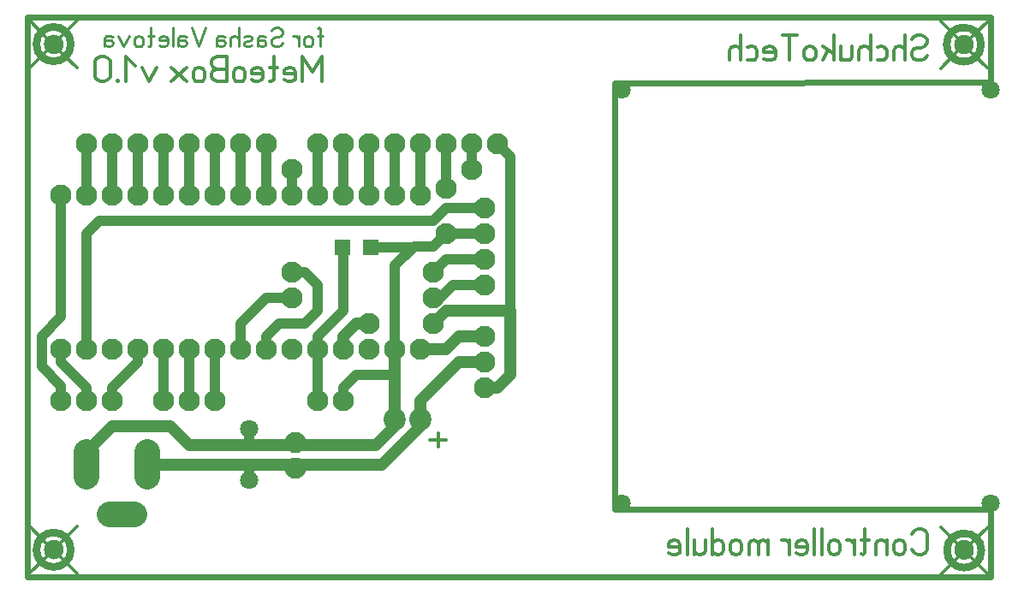
<source format=gbr>
%FSLAX34Y34*%
%MOMM*%
%LNCOPPER_BOTTOM*%
G71*
G01*
%ADD10C, 2.100*%
%ADD11C, 1.000*%
%ADD12R, 1.600X1.600*%
%ADD13C, 1.200*%
%ADD14C, 2.200*%
%ADD15C, 0.600*%
%ADD16C, 1.800*%
%ADD17C, 0.311*%
%ADD18C, 0.233*%
%ADD19C, 2.500*%
%ADD20C, 0.333*%
%ADD21C, 1.900*%
%ADD22C, 0.800*%
%ADD23C, 0.300*%
%ADD24C, 1.900*%
%ADD25C, 1.800*%
%LPD*%
X57150Y801688D02*
G54D10*
D03*
X82550Y801688D02*
G54D10*
D03*
X107950Y801688D02*
G54D10*
D03*
X133350Y801688D02*
G54D10*
D03*
X158750Y801688D02*
G54D10*
D03*
X184150Y801688D02*
G54D10*
D03*
X209550Y801688D02*
G54D10*
D03*
X234950Y801688D02*
G54D10*
D03*
X260350Y801688D02*
G54D10*
D03*
X285750Y801688D02*
G54D10*
D03*
X311150Y801688D02*
G54D10*
D03*
X336550Y801688D02*
G54D10*
D03*
X361950Y801688D02*
G54D10*
D03*
X387350Y801688D02*
G54D10*
D03*
X412750Y801688D02*
G54D10*
D03*
X57150Y649288D02*
G54D10*
D03*
X82550Y649288D02*
G54D10*
D03*
X107950Y649288D02*
G54D10*
D03*
X133350Y649288D02*
G54D10*
D03*
X158750Y649288D02*
G54D10*
D03*
X184150Y649288D02*
G54D10*
D03*
X209550Y649288D02*
G54D10*
D03*
X234950Y649288D02*
G54D10*
D03*
X260350Y649288D02*
G54D10*
D03*
X285750Y649288D02*
G54D10*
D03*
X311150Y649288D02*
G54D10*
D03*
X336550Y649288D02*
G54D10*
D03*
X361950Y649288D02*
G54D10*
D03*
X387350Y649288D02*
G54D10*
D03*
X412750Y649288D02*
G54D10*
D03*
X387350Y852488D02*
G54D10*
D03*
X412750Y852488D02*
G54D10*
D03*
X311150Y852488D02*
G54D10*
D03*
G54D11*
X82550Y852488D02*
X82550Y801688D01*
G54D11*
X412750Y852488D02*
X412750Y801688D01*
X476250Y712788D02*
G54D10*
D03*
X476250Y763627D02*
G54D10*
D03*
X476250Y738227D02*
G54D10*
D03*
X476250Y789027D02*
G54D10*
D03*
X476250Y763627D02*
G54D10*
D03*
X285750Y725488D02*
G54D10*
D03*
X425450Y725488D02*
G54D10*
D03*
X285750Y700088D02*
G54D10*
D03*
X425450Y700088D02*
G54D10*
D03*
X363250Y749986D02*
G54D12*
D03*
X335250Y749986D02*
G54D12*
D03*
X476250Y789027D02*
G54D10*
D03*
X476250Y763627D02*
G54D10*
D03*
X476250Y738227D02*
G54D10*
D03*
X476250Y712827D02*
G54D10*
D03*
G54D11*
X234950Y649288D02*
X234950Y674688D01*
X260350Y700088D01*
X285750Y700088D01*
G54D11*
X285750Y725488D02*
X298450Y725488D01*
X311150Y712788D01*
X311150Y687388D01*
X298450Y674688D01*
X273050Y674688D01*
X260350Y661988D01*
X260350Y649288D01*
G54D11*
X387350Y649288D02*
X387350Y731838D01*
X400050Y744538D01*
G54D11*
X82550Y649288D02*
X82550Y763588D01*
X95250Y776288D01*
X387350Y776288D01*
G54D11*
X107950Y852488D02*
X107950Y801688D01*
G54D11*
X133350Y852488D02*
X133350Y801688D01*
G54D11*
X158750Y852488D02*
X158750Y801688D01*
G54D11*
X184150Y852488D02*
X184150Y801688D01*
G54D11*
X209550Y852488D02*
X209550Y801688D01*
G54D11*
X234950Y852488D02*
X234950Y801688D01*
G54D11*
X260350Y852488D02*
X260350Y801688D01*
G54D11*
X285750Y827088D02*
X285750Y801688D01*
G54D11*
X311150Y852488D02*
X311150Y801688D01*
G54D11*
X387350Y852488D02*
X387350Y801688D01*
G54D11*
X158750Y649288D02*
X158750Y598488D01*
G54D11*
X184150Y649288D02*
X184150Y598488D01*
G54D11*
X209550Y649288D02*
X209550Y598488D01*
G54D11*
X311150Y649288D02*
X311150Y598488D01*
X361950Y852488D02*
G54D10*
D03*
X336550Y852488D02*
G54D10*
D03*
G54D11*
X336550Y852488D02*
X336550Y801688D01*
G54D11*
X361950Y852488D02*
X361950Y801688D01*
G54D11*
X311150Y649288D02*
X311150Y661988D01*
X336550Y687388D01*
X336550Y743836D01*
G54D13*
X336550Y649288D02*
X336550Y661988D01*
X349250Y674688D01*
X361950Y674688D01*
X361950Y674688D02*
G54D10*
D03*
X425450Y674688D02*
G54D10*
D03*
X336550Y598488D02*
G54D10*
D03*
X311150Y598488D02*
G54D10*
D03*
G54D11*
X387350Y649288D02*
X387350Y623888D01*
X349250Y623888D01*
X336550Y611188D01*
X336550Y598488D01*
X412750Y579438D02*
G54D14*
D03*
X387350Y579438D02*
G54D14*
D03*
G54D13*
X387350Y598488D02*
X387350Y649288D01*
G54D11*
X387350Y776288D02*
X425450Y776288D01*
X438190Y789027D01*
X476250Y789027D01*
G54D11*
X400050Y744538D02*
X406400Y750888D01*
X425450Y750888D01*
X438190Y763627D01*
X476250Y763627D01*
G54D11*
X425450Y725488D02*
X438190Y738227D01*
X476250Y738227D01*
G54D11*
X425450Y700088D02*
X431800Y700088D01*
X444540Y712827D01*
X476250Y712788D01*
G54D13*
X425450Y674688D02*
X438150Y687388D01*
X501650Y687388D01*
X501650Y623888D01*
X488950Y611187D01*
X476250Y611187D01*
G54D13*
X412750Y649288D02*
X438150Y649288D01*
X450850Y661988D01*
X476250Y661988D01*
G54D13*
X476250Y636587D02*
X450850Y636588D01*
X412750Y598488D01*
X438150Y852488D02*
G54D10*
D03*
X463550Y852487D02*
G54D10*
D03*
X285750Y827088D02*
G54D10*
D03*
X463550Y827088D02*
G54D10*
D03*
X488950Y852488D02*
G54D10*
D03*
X463550Y852488D02*
G54D10*
D03*
X438190Y763627D02*
G54D10*
D03*
X438150Y808038D02*
G54D10*
D03*
G54D11*
X438150Y852488D02*
X438150Y808038D01*
G54D11*
X463550Y852487D02*
X463550Y827088D01*
G54D11*
X488950Y852488D02*
X501650Y839788D01*
X501650Y687388D01*
X82550Y852488D02*
G54D10*
D03*
X107950Y852488D02*
G54D10*
D03*
X133350Y852488D02*
G54D10*
D03*
X158750Y852488D02*
G54D10*
D03*
X184150Y852488D02*
G54D10*
D03*
X209550Y852488D02*
G54D10*
D03*
X234950Y852488D02*
G54D10*
D03*
X260350Y852488D02*
G54D10*
D03*
X57150Y598488D02*
G54D10*
D03*
X82550Y598488D02*
G54D10*
D03*
X107950Y598488D02*
G54D10*
D03*
X158750Y598488D02*
G54D10*
D03*
X184150Y598488D02*
G54D10*
D03*
X209550Y598488D02*
G54D10*
D03*
G54D11*
X82550Y598488D02*
X82550Y611188D01*
X57150Y636588D01*
X57150Y649288D01*
G54D11*
X107950Y598488D02*
X107950Y611188D01*
X133350Y636588D01*
X133350Y649288D01*
G54D15*
X611126Y977663D02*
X23928Y977663D01*
X23928Y423820D01*
X611188Y423820D01*
G54D15*
X611126Y977663D02*
X976312Y977666D01*
X976312Y912812D01*
X605002Y912400D01*
X604838Y490538D01*
G54D15*
X604838Y490538D02*
X976312Y490538D01*
X976312Y423862D01*
X611188Y423820D01*
X611505Y905828D02*
G54D16*
D03*
X611505Y496570D02*
G54D16*
D03*
X976312Y905828D02*
G54D16*
D03*
X976312Y496570D02*
G54D16*
D03*
G54D17*
X913454Y939516D02*
X911587Y936405D01*
X907854Y934849D01*
X904120Y934849D01*
X900387Y936405D01*
X898520Y939516D01*
X898520Y942627D01*
X900387Y945738D01*
X904120Y947293D01*
X907854Y947293D01*
X911587Y948849D01*
X913454Y951960D01*
X913454Y955071D01*
X911587Y958182D01*
X907854Y959738D01*
X904120Y959738D01*
X900387Y958182D01*
X898520Y955071D01*
G54D17*
X891676Y934849D02*
X891676Y959738D01*
G54D17*
X891676Y944805D02*
X889810Y947916D01*
X886076Y948849D01*
X882343Y947916D01*
X880476Y944805D01*
X880476Y934849D01*
G54D17*
X864299Y947916D02*
X868032Y948849D01*
X871766Y947916D01*
X873632Y944805D01*
X873632Y938582D01*
X871766Y935471D01*
X868032Y934849D01*
X864299Y935471D01*
G54D17*
X857456Y934849D02*
X857456Y959738D01*
G54D17*
X857456Y944805D02*
X855589Y947916D01*
X851856Y948849D01*
X848122Y947916D01*
X846256Y944805D01*
X846256Y934849D01*
G54D17*
X828212Y948849D02*
X828212Y934849D01*
G54D17*
X828212Y937960D02*
X830078Y935471D01*
X833812Y934849D01*
X837545Y935471D01*
X839412Y937960D01*
X839412Y948849D01*
G54D17*
X821368Y934849D02*
X821368Y959738D01*
G54D17*
X815768Y944182D02*
X810168Y934849D01*
G54D17*
X821368Y941071D02*
X810168Y948849D01*
G54D17*
X792124Y938582D02*
X792124Y944805D01*
X793990Y947916D01*
X797724Y948849D01*
X801457Y947916D01*
X803324Y944805D01*
X803324Y938582D01*
X801457Y935471D01*
X797724Y934849D01*
X793990Y935471D01*
X792124Y938582D01*
G54D17*
X777813Y934849D02*
X777813Y959738D01*
G54D17*
X785280Y959738D02*
X770346Y959738D01*
G54D17*
X752302Y936405D02*
X755289Y934849D01*
X759022Y934849D01*
X762756Y936405D01*
X763502Y939516D01*
X763502Y944805D01*
X761636Y947916D01*
X757902Y948849D01*
X754169Y947916D01*
X752302Y945738D01*
X752302Y942627D01*
X763502Y942627D01*
G54D17*
X736125Y947916D02*
X739858Y948849D01*
X743592Y947916D01*
X745458Y944805D01*
X745458Y938582D01*
X743592Y935471D01*
X739858Y934849D01*
X736125Y935471D01*
G54D17*
X729282Y934849D02*
X729282Y959738D01*
G54D17*
X729282Y944805D02*
X727415Y947916D01*
X723682Y948849D01*
X719948Y947916D01*
X718082Y944805D01*
X718082Y934849D01*
G54D18*
X313628Y948434D02*
X313628Y965934D01*
X312228Y967101D01*
X310828Y966401D01*
G54D18*
X316428Y958934D02*
X310828Y958934D01*
G54D18*
X297295Y951234D02*
X297295Y955900D01*
X298695Y958234D01*
X301495Y958934D01*
X304295Y958234D01*
X305695Y955900D01*
X305695Y951234D01*
X304295Y948900D01*
X301495Y948434D01*
X298695Y948900D01*
X297295Y951234D01*
G54D18*
X292162Y948434D02*
X292162Y958934D01*
G54D18*
X292162Y956600D02*
X289362Y958934D01*
X286562Y958934D01*
G54D18*
X276016Y951934D02*
X274616Y949600D01*
X271816Y948434D01*
X269016Y948434D01*
X266216Y949600D01*
X264816Y951934D01*
X264816Y954267D01*
X266216Y956600D01*
X269016Y957767D01*
X271816Y957767D01*
X274616Y958934D01*
X276016Y961267D01*
X276016Y963601D01*
X274616Y965934D01*
X271816Y967101D01*
X269016Y967101D01*
X266216Y965934D01*
X264816Y963601D01*
G54D18*
X259683Y957767D02*
X256883Y958934D01*
X253523Y958934D01*
X251283Y956600D01*
X251283Y948434D01*
G54D18*
X251283Y951934D02*
X252683Y954267D01*
X255483Y954734D01*
X258283Y954267D01*
X259683Y951934D01*
X259123Y949600D01*
X256883Y948434D01*
X255483Y948434D01*
X254923Y948434D01*
X252683Y949600D01*
X251283Y951934D01*
G54D18*
X246150Y949600D02*
X243350Y948434D01*
X240550Y948434D01*
X237750Y949600D01*
X237750Y951934D01*
X239150Y953100D01*
X244750Y954267D01*
X246150Y955434D01*
X246150Y957767D01*
X243350Y958934D01*
X240550Y958934D01*
X237750Y957767D01*
G54D18*
X232617Y948434D02*
X232617Y967101D01*
G54D18*
X232617Y955900D02*
X231217Y958234D01*
X228417Y958934D01*
X225617Y958234D01*
X224217Y955900D01*
X224217Y948434D01*
G54D18*
X219084Y957767D02*
X216284Y958934D01*
X212924Y958934D01*
X210684Y956600D01*
X210684Y948434D01*
G54D18*
X210684Y951934D02*
X212084Y954267D01*
X214884Y954734D01*
X217684Y954267D01*
X219084Y951934D01*
X218524Y949600D01*
X216284Y948434D01*
X214884Y948434D01*
X214324Y948434D01*
X212084Y949600D01*
X210684Y951934D01*
G54D18*
X200138Y967101D02*
X193138Y948434D01*
X186138Y967101D01*
G54D18*
X181005Y957767D02*
X178205Y958934D01*
X174845Y958934D01*
X172605Y956600D01*
X172605Y948434D01*
G54D18*
X172605Y951934D02*
X174005Y954267D01*
X176805Y954734D01*
X179605Y954267D01*
X181005Y951934D01*
X180445Y949600D01*
X178205Y948434D01*
X176805Y948434D01*
X176245Y948434D01*
X174005Y949600D01*
X172605Y951934D01*
G54D18*
X167472Y948434D02*
X167472Y967101D01*
G54D18*
X153939Y949600D02*
X156179Y948434D01*
X158979Y948434D01*
X161779Y949600D01*
X162339Y951934D01*
X162339Y955900D01*
X160939Y958234D01*
X158139Y958934D01*
X155339Y958234D01*
X153939Y956600D01*
X153939Y954267D01*
X162339Y954267D01*
G54D18*
X146006Y967101D02*
X146006Y949600D01*
X144606Y948434D01*
X143206Y948900D01*
G54D18*
X148806Y958934D02*
X143206Y958934D01*
G54D18*
X129673Y951234D02*
X129673Y955900D01*
X131073Y958234D01*
X133873Y958934D01*
X136673Y958234D01*
X138073Y955900D01*
X138073Y951234D01*
X136673Y948900D01*
X133873Y948434D01*
X131073Y948900D01*
X129673Y951234D01*
G54D18*
X124540Y958934D02*
X118940Y948434D01*
X113340Y958934D01*
G54D18*
X108207Y957767D02*
X105407Y958934D01*
X102047Y958934D01*
X99807Y956600D01*
X99807Y948434D01*
G54D18*
X99807Y951934D02*
X101207Y954267D01*
X104007Y954734D01*
X106807Y954267D01*
X108207Y951934D01*
X107647Y949600D01*
X105407Y948434D01*
X104007Y948434D01*
X103447Y948434D01*
X101207Y949600D01*
X99807Y951934D01*
G54D17*
X314773Y913726D02*
X314773Y938615D01*
X305440Y923059D01*
X296107Y938615D01*
X296107Y913726D01*
G54D17*
X278062Y915282D02*
X281049Y913726D01*
X284782Y913726D01*
X288516Y915282D01*
X289262Y918393D01*
X289262Y923682D01*
X287396Y926793D01*
X283662Y927726D01*
X279929Y926793D01*
X278062Y924615D01*
X278062Y921504D01*
X289262Y921504D01*
G54D17*
X267485Y938615D02*
X267485Y915282D01*
X265618Y913726D01*
X263752Y914348D01*
G54D17*
X271218Y927726D02*
X263752Y927726D01*
G54D17*
X245707Y915282D02*
X248694Y913726D01*
X252427Y913726D01*
X256161Y915282D01*
X256907Y918393D01*
X256907Y923682D01*
X255041Y926793D01*
X251307Y927726D01*
X247574Y926793D01*
X245707Y924615D01*
X245707Y921504D01*
X256907Y921504D01*
G54D17*
X227663Y917459D02*
X227663Y923682D01*
X229530Y926793D01*
X233263Y927726D01*
X236997Y926793D01*
X238863Y923682D01*
X238863Y917459D01*
X236997Y914348D01*
X233263Y913726D01*
X229530Y914348D01*
X227663Y917459D01*
G54D17*
X220819Y913726D02*
X220819Y938615D01*
X211486Y938615D01*
X207753Y937059D01*
X205886Y933948D01*
X205886Y930837D01*
X207753Y927726D01*
X211486Y926170D01*
X207753Y924615D01*
X205886Y921504D01*
X205886Y918393D01*
X207753Y915282D01*
X211486Y913726D01*
X220819Y913726D01*
G54D17*
X220819Y926170D02*
X211486Y926170D01*
G54D17*
X187842Y917459D02*
X187842Y923682D01*
X189709Y926793D01*
X193442Y927726D01*
X197176Y926793D01*
X199042Y923682D01*
X199042Y917459D01*
X197176Y914348D01*
X193442Y913726D01*
X189709Y914348D01*
X187842Y917459D01*
G54D17*
X180998Y927726D02*
X166065Y913726D01*
G54D17*
X180998Y913726D02*
X166065Y927726D01*
G54D17*
X152004Y927726D02*
X144538Y913726D01*
X137071Y927726D01*
G54D17*
X130227Y929282D02*
X120894Y938615D01*
X120894Y913726D01*
G54D17*
X112557Y913726D02*
X114050Y913726D01*
X114050Y914970D01*
X112557Y914970D01*
X112557Y913726D01*
X114050Y913726D01*
G54D17*
X90780Y933948D02*
X90780Y918393D01*
X92647Y915282D01*
X96380Y913726D01*
X100113Y913726D01*
X103847Y915282D01*
X105713Y918393D01*
X105713Y933948D01*
X103847Y937059D01*
X100113Y938615D01*
X96380Y938615D01*
X92647Y937059D01*
X90780Y933948D01*
G54D19*
X82550Y547488D02*
X82550Y522488D01*
G54D19*
X142550Y547488D02*
X142550Y522488D01*
G54D19*
X105150Y485188D02*
X130150Y485188D01*
G54D13*
X82550Y534988D02*
X82550Y547688D01*
X107950Y573088D01*
X165100Y573088D01*
X184150Y554038D01*
X368300Y554038D01*
X387350Y573088D01*
X387350Y598488D01*
G54D13*
X142550Y534988D02*
X374650Y534988D01*
X412750Y573088D01*
X412750Y598488D01*
G54D11*
X363250Y749986D02*
X405498Y749986D01*
X387350Y731838D01*
X288916Y557003D02*
G54D10*
D03*
X288916Y531603D02*
G54D10*
D03*
X476250Y611188D02*
G54D10*
D03*
X476250Y636588D02*
G54D10*
D03*
X476250Y661988D02*
G54D10*
D03*
G54D20*
X438150Y559354D02*
X422150Y559354D01*
G54D20*
X430150Y566021D02*
X430150Y552688D01*
X49817Y950337D02*
G54D21*
D03*
X949930Y950337D02*
G54D21*
D03*
X949930Y450592D02*
G54D21*
D03*
X49817Y450592D02*
G54D21*
D03*
G54D22*
G75*
G01X66817Y450592D02*
G03X66817Y450592I-17000J0D01*
G01*
G54D23*
G75*
G01X57717Y450592D02*
G03X57717Y450592I-7900J0D01*
G01*
G54D23*
X55430Y456205D02*
X72829Y473604D01*
G54D23*
X26805Y427580D02*
X44204Y444980D01*
G54D23*
X26182Y473694D02*
X43581Y456295D01*
G54D23*
X55368Y444508D02*
X72767Y427109D01*
G54D22*
G75*
G01X66818Y950771D02*
G03X66818Y950771I-17000J0D01*
G01*
G54D23*
G75*
G01X57718Y950771D02*
G03X57718Y950771I-7900J0D01*
G01*
G54D23*
X55431Y956384D02*
X72830Y973783D01*
G54D23*
X26806Y927759D02*
X44205Y945159D01*
G54D23*
X26183Y973873D02*
X43582Y956474D01*
G54D23*
X55369Y944687D02*
X72768Y927288D01*
G54D22*
G75*
G01X966930Y950337D02*
G03X966930Y950337I-17000J0D01*
G01*
G54D23*
G75*
G01X957830Y950337D02*
G03X957830Y950337I-7900J0D01*
G01*
G54D23*
X944318Y955950D02*
X926919Y973349D01*
G54D23*
X972942Y927325D02*
X955543Y944724D01*
G54D23*
X973566Y973439D02*
X956166Y956040D01*
G54D23*
X944380Y944253D02*
X926980Y926854D01*
G54D22*
G75*
G01X967271Y449876D02*
G03X967271Y449876I-17000J0D01*
G01*
G54D23*
G75*
G01X958171Y449876D02*
G03X958171Y449876I-7900J0D01*
G01*
G54D23*
X944659Y455489D02*
X927260Y472888D01*
G54D23*
X973284Y426864D02*
X955884Y444264D01*
G54D23*
X973907Y472978D02*
X956507Y455579D01*
G54D23*
X944721Y443792D02*
X927321Y426393D01*
X82750Y545388D02*
G54D24*
D03*
X82750Y540388D02*
G54D24*
D03*
X82750Y529388D02*
G54D24*
D03*
X82750Y524388D02*
G54D24*
D03*
X142250Y545388D02*
G54D24*
D03*
X142250Y540388D02*
G54D24*
D03*
X142250Y529388D02*
G54D24*
D03*
X142250Y524388D02*
G54D24*
D03*
X124938Y484988D02*
G54D24*
D03*
X129938Y484988D02*
G54D24*
D03*
X113938Y484988D02*
G54D24*
D03*
X108938Y484988D02*
G54D24*
D03*
G54D17*
X898803Y450691D02*
X900669Y447580D01*
X904403Y446024D01*
X908136Y446024D01*
X911869Y447580D01*
X913736Y450691D01*
X913736Y466247D01*
X911869Y469358D01*
X908136Y470913D01*
X904403Y470913D01*
X900669Y469358D01*
X898803Y466247D01*
G54D17*
X880759Y449758D02*
X880759Y455980D01*
X882626Y459091D01*
X886359Y460024D01*
X890092Y459091D01*
X891959Y455980D01*
X891959Y449758D01*
X890092Y446647D01*
X886359Y446024D01*
X882626Y446647D01*
X880759Y449758D01*
G54D17*
X873915Y446024D02*
X873915Y460024D01*
G54D17*
X873915Y456913D02*
X872048Y459091D01*
X868315Y460024D01*
X864582Y459091D01*
X862715Y456913D01*
X862715Y446024D01*
G54D17*
X852138Y470913D02*
X852138Y447580D01*
X850271Y446024D01*
X848404Y446647D01*
G54D17*
X855871Y460024D02*
X848404Y460024D01*
G54D17*
X841560Y446024D02*
X841560Y460024D01*
G54D17*
X841560Y456913D02*
X837827Y460024D01*
X834093Y460024D01*
G54D17*
X816049Y449758D02*
X816049Y455980D01*
X817916Y459091D01*
X821649Y460024D01*
X825382Y459091D01*
X827249Y455980D01*
X827249Y449758D01*
X825382Y446647D01*
X821649Y446024D01*
X817916Y446647D01*
X816049Y449758D01*
G54D17*
X809205Y446024D02*
X809205Y470913D01*
G54D17*
X802361Y446024D02*
X802361Y470913D01*
G54D17*
X784317Y447580D02*
X787304Y446024D01*
X791037Y446024D01*
X794770Y447580D01*
X795517Y450691D01*
X795517Y455980D01*
X793650Y459091D01*
X789917Y460024D01*
X786184Y459091D01*
X784317Y456913D01*
X784317Y453802D01*
X795517Y453802D01*
G54D17*
X777473Y446024D02*
X777473Y460024D01*
G54D17*
X777473Y456913D02*
X773740Y460024D01*
X770006Y460024D01*
G54D17*
X755945Y446024D02*
X755945Y460024D01*
G54D17*
X755945Y457536D02*
X752212Y460024D01*
X748478Y459091D01*
X746612Y456913D01*
X746612Y446024D01*
G54D17*
X746612Y457536D02*
X742878Y460024D01*
X739145Y459091D01*
X737278Y456913D01*
X737278Y446024D01*
G54D17*
X719234Y449758D02*
X719234Y455980D01*
X721101Y459091D01*
X724834Y460024D01*
X728567Y459091D01*
X730434Y455980D01*
X730434Y449758D01*
X728567Y446647D01*
X724834Y446024D01*
X721101Y446647D01*
X719234Y449758D01*
G54D17*
X701190Y446024D02*
X701190Y470913D01*
G54D17*
X701190Y455980D02*
X703057Y459091D01*
X706790Y460024D01*
X710523Y459091D01*
X712390Y455980D01*
X712390Y449758D01*
X710523Y446647D01*
X706790Y446024D01*
X703057Y446647D01*
X701190Y449758D01*
G54D17*
X683146Y460024D02*
X683146Y446024D01*
G54D17*
X683146Y449136D02*
X685013Y446647D01*
X688746Y446024D01*
X692479Y446647D01*
X694346Y449136D01*
X694346Y460024D01*
G54D17*
X676302Y446024D02*
X676302Y470913D01*
G54D17*
X658258Y447580D02*
X661245Y446024D01*
X664978Y446024D01*
X668711Y447580D01*
X669458Y450691D01*
X669458Y455980D01*
X667591Y459091D01*
X663858Y460024D01*
X660125Y459091D01*
X658258Y456913D01*
X658258Y453802D01*
X669458Y453802D01*
G54D11*
X57150Y801688D02*
X57150Y681038D01*
G54D11*
X57150Y612775D02*
X57150Y598488D01*
G54D11*
X57150Y681038D02*
X38100Y661988D01*
X38100Y631825D01*
X57150Y612775D01*
X242888Y519112D02*
G54D25*
D03*
X242888Y569912D02*
G54D25*
D03*
G54D11*
X242888Y569912D02*
X242888Y554038D01*
G54D11*
X242888Y534988D02*
X242888Y519112D01*
M02*

</source>
